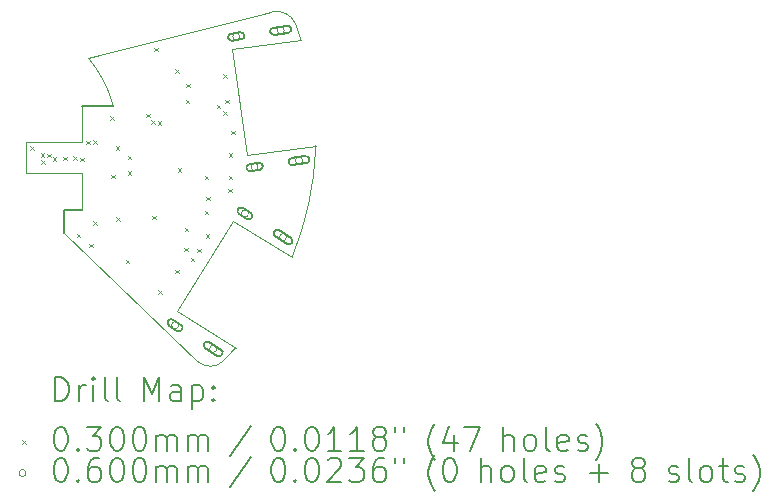
<source format=gbr>
%TF.GenerationSoftware,KiCad,Pcbnew,(7.0.0-0)*%
%TF.CreationDate,2024-02-07T16:44:55+08:00*%
%TF.ProjectId,SWDProgrammer,53574450-726f-4677-9261-6d6d65722e6b,rev?*%
%TF.SameCoordinates,Original*%
%TF.FileFunction,Drillmap*%
%TF.FilePolarity,Positive*%
%FSLAX45Y45*%
G04 Gerber Fmt 4.5, Leading zero omitted, Abs format (unit mm)*
G04 Created by KiCad (PCBNEW (7.0.0-0)) date 2024-02-07 16:44:55*
%MOMM*%
%LPD*%
G01*
G04 APERTURE LIST*
%ADD10C,0.100000*%
%ADD11C,0.010000*%
%ADD12C,0.150000*%
%ADD13C,0.200000*%
%ADD14C,0.030000*%
%ADD15C,0.060000*%
G04 APERTURE END LIST*
D10*
X14991280Y-5266442D02*
X15117694Y-6162457D01*
X14523280Y-7483485D02*
X15002475Y-6716741D01*
D11*
X13564998Y-6817501D02*
X14703600Y-7909169D01*
D10*
X15700666Y-6080020D02*
X15117694Y-6162457D01*
D11*
X13247500Y-6315001D02*
X13247500Y-6047501D01*
X13724998Y-6625001D02*
X13724998Y-6315001D01*
D10*
X15700000Y-6100000D02*
G75*
G03*
X15700666Y-6080020I-2696880J99900D01*
G01*
D11*
X15576363Y-5186151D02*
G75*
G03*
X15528426Y-5047604I-2576513J-813899D01*
G01*
X15528424Y-5047605D02*
G75*
G03*
X15323444Y-4949376I-158984J-68775D01*
G01*
D12*
X13564998Y-6817501D02*
X13564998Y-6625001D01*
D11*
X13724998Y-6047501D02*
X13724998Y-5742501D01*
X14703602Y-7909166D02*
G75*
G03*
X14917856Y-7903124I103938J116106D01*
G01*
D12*
X13564998Y-6625001D02*
X13724998Y-6625001D01*
D10*
X15002475Y-6716741D02*
X15500294Y-7023977D01*
D12*
X13984998Y-5742501D02*
X13724998Y-5742501D01*
D11*
X15576364Y-5186151D02*
X14991280Y-5266442D01*
X14917856Y-7903124D02*
G75*
G03*
X15022146Y-7791901I-1912726J1898004D01*
G01*
D10*
X15500294Y-7023977D02*
G75*
G03*
X15700000Y-6100000I-2500294J1023977D01*
G01*
D11*
X13773562Y-5338086D02*
X15323444Y-4949376D01*
D10*
X13984998Y-5742501D02*
G75*
G03*
X13773562Y-5338086I-984998J-257499D01*
G01*
D11*
X13247500Y-6047501D02*
X13724998Y-6047501D01*
X15022146Y-7791901D02*
X14523280Y-7483485D01*
X13247500Y-6315001D02*
X13724998Y-6315001D01*
D13*
D14*
X13282500Y-6085000D02*
X13312500Y-6115000D01*
X13312500Y-6085000D02*
X13282500Y-6115000D01*
X13373024Y-6146260D02*
X13403024Y-6176260D01*
X13403024Y-6146260D02*
X13373024Y-6176260D01*
X13376946Y-6204077D02*
X13406946Y-6234077D01*
X13406946Y-6204077D02*
X13376946Y-6234077D01*
X13427903Y-6149040D02*
X13457903Y-6179040D01*
X13457903Y-6149040D02*
X13427903Y-6179040D01*
X13473456Y-6179772D02*
X13503456Y-6209772D01*
X13503456Y-6179772D02*
X13473456Y-6209772D01*
X13563550Y-6173578D02*
X13593550Y-6203578D01*
X13593550Y-6173578D02*
X13563550Y-6203578D01*
X13647500Y-6172450D02*
X13677500Y-6202450D01*
X13677500Y-6172450D02*
X13647500Y-6202450D01*
X13675000Y-6825000D02*
X13705000Y-6855000D01*
X13705000Y-6825000D02*
X13675000Y-6855000D01*
X13707000Y-6182550D02*
X13737000Y-6212550D01*
X13737000Y-6182550D02*
X13707000Y-6212550D01*
X13755000Y-6040000D02*
X13785000Y-6070000D01*
X13785000Y-6040000D02*
X13755000Y-6070000D01*
X13780000Y-6910000D02*
X13810000Y-6940000D01*
X13810000Y-6910000D02*
X13780000Y-6940000D01*
X13815000Y-6720000D02*
X13845000Y-6750000D01*
X13845000Y-6720000D02*
X13815000Y-6750000D01*
X13817500Y-6035000D02*
X13847500Y-6065000D01*
X13847500Y-6035000D02*
X13817500Y-6065000D01*
X13960000Y-5829950D02*
X13990000Y-5859950D01*
X13990000Y-5829950D02*
X13960000Y-5859950D01*
X13970000Y-6325000D02*
X14000000Y-6355000D01*
X14000000Y-6325000D02*
X13970000Y-6355000D01*
X14005000Y-6085000D02*
X14035000Y-6115000D01*
X14035000Y-6085000D02*
X14005000Y-6115000D01*
X14010000Y-6685000D02*
X14040000Y-6715000D01*
X14040000Y-6685000D02*
X14010000Y-6715000D01*
X14090000Y-7045000D02*
X14120000Y-7075000D01*
X14120000Y-7045000D02*
X14090000Y-7075000D01*
X14110000Y-6165000D02*
X14140000Y-6195000D01*
X14140000Y-6165000D02*
X14110000Y-6195000D01*
X14110000Y-6295000D02*
X14140000Y-6325000D01*
X14140000Y-6295000D02*
X14110000Y-6325000D01*
X14267000Y-5810000D02*
X14297000Y-5840000D01*
X14297000Y-5810000D02*
X14267000Y-5840000D01*
X14308321Y-5864566D02*
X14338321Y-5894566D01*
X14338321Y-5864566D02*
X14308321Y-5894566D01*
X14315000Y-6675000D02*
X14345000Y-6705000D01*
X14345000Y-6675000D02*
X14315000Y-6705000D01*
X14332500Y-5250000D02*
X14362500Y-5280000D01*
X14362500Y-5250000D02*
X14332500Y-5280000D01*
X14362184Y-5875441D02*
X14392184Y-5905441D01*
X14392184Y-5875441D02*
X14362184Y-5905441D01*
X14365000Y-7305000D02*
X14395000Y-7335000D01*
X14395000Y-7305000D02*
X14365000Y-7335000D01*
X14510000Y-5435000D02*
X14540000Y-5465000D01*
X14540000Y-5435000D02*
X14510000Y-5465000D01*
X14510000Y-7130000D02*
X14540000Y-7160000D01*
X14540000Y-7130000D02*
X14510000Y-7160000D01*
X14530000Y-6270000D02*
X14560000Y-6300000D01*
X14560000Y-6270000D02*
X14530000Y-6300000D01*
X14585000Y-6945000D02*
X14615000Y-6975000D01*
X14615000Y-6945000D02*
X14585000Y-6975000D01*
X14592500Y-6775000D02*
X14622500Y-6805000D01*
X14622500Y-6775000D02*
X14592500Y-6805000D01*
X14600000Y-5690000D02*
X14630000Y-5720000D01*
X14630000Y-5690000D02*
X14600000Y-5720000D01*
X14602500Y-5557500D02*
X14632500Y-5587500D01*
X14632500Y-5557500D02*
X14602500Y-5587500D01*
X14640000Y-7030000D02*
X14670000Y-7060000D01*
X14670000Y-7030000D02*
X14640000Y-7060000D01*
X14695000Y-6955000D02*
X14725000Y-6985000D01*
X14725000Y-6955000D02*
X14695000Y-6985000D01*
X14760000Y-6335000D02*
X14790000Y-6365000D01*
X14790000Y-6335000D02*
X14760000Y-6365000D01*
X14760000Y-6630000D02*
X14790000Y-6660000D01*
X14790000Y-6630000D02*
X14760000Y-6660000D01*
X14770000Y-6830000D02*
X14800000Y-6860000D01*
X14800000Y-6830000D02*
X14770000Y-6860000D01*
X14775000Y-6512500D02*
X14805000Y-6542500D01*
X14805000Y-6512500D02*
X14775000Y-6542500D01*
X14860000Y-5735000D02*
X14890000Y-5765000D01*
X14890000Y-5735000D02*
X14860000Y-5765000D01*
X14915000Y-5475000D02*
X14945000Y-5505000D01*
X14945000Y-5475000D02*
X14915000Y-5505000D01*
X14915000Y-5790000D02*
X14945000Y-5820000D01*
X14945000Y-5790000D02*
X14915000Y-5820000D01*
X14935000Y-5690000D02*
X14965000Y-5720000D01*
X14965000Y-5690000D02*
X14935000Y-5720000D01*
X14960000Y-6445000D02*
X14990000Y-6475000D01*
X14990000Y-6445000D02*
X14960000Y-6475000D01*
X14965000Y-6145000D02*
X14995000Y-6175000D01*
X14995000Y-6145000D02*
X14965000Y-6175000D01*
X14965000Y-6335000D02*
X14995000Y-6365000D01*
X14995000Y-6335000D02*
X14965000Y-6365000D01*
X14985000Y-5955000D02*
X15015000Y-5985000D01*
X15015000Y-5955000D02*
X14985000Y-5985000D01*
D15*
X14539422Y-7600172D02*
G75*
G03*
X14539422Y-7600172I-30000J0D01*
G01*
D13*
X14459602Y-7604417D02*
X14527446Y-7646810D01*
X14527446Y-7646810D02*
G75*
G03*
X14559241Y-7595928I15898J25441D01*
G01*
X14559241Y-7595927D02*
X14491397Y-7553534D01*
X14491397Y-7553534D02*
G75*
G03*
X14459602Y-7604417I-15898J-25441D01*
G01*
D15*
X14861680Y-7801542D02*
G75*
G03*
X14861680Y-7801542I-30000J0D01*
G01*
D13*
X14764899Y-7795188D02*
X14866665Y-7858778D01*
X14866665Y-7858778D02*
G75*
G03*
X14898460Y-7807895I15898J25441D01*
G01*
X14898460Y-7807895D02*
X14796694Y-7744305D01*
X14796694Y-7744305D02*
G75*
G03*
X14764899Y-7795188I-15898J-25441D01*
G01*
D15*
X15056626Y-5156673D02*
G75*
G03*
X15056626Y-5156673I-30000J0D01*
G01*
D13*
X14991190Y-5191948D02*
X15070411Y-5180814D01*
X15070411Y-5180814D02*
G75*
G03*
X15062061Y-5121398I-4175J29708D01*
G01*
X15062061Y-5121398D02*
X14982840Y-5132532D01*
X14982840Y-5132532D02*
G75*
G03*
X14991190Y-5191948I4175J-29708D01*
G01*
D15*
X15130329Y-6654522D02*
G75*
G03*
X15130329Y-6654522I-30000J0D01*
G01*
D13*
X15050510Y-6658767D02*
X15118353Y-6701160D01*
X15118353Y-6701160D02*
G75*
G03*
X15150149Y-6650278I15898J25441D01*
G01*
X15150149Y-6650278D02*
X15082305Y-6607884D01*
X15082305Y-6607884D02*
G75*
G03*
X15050510Y-6658767I-15898J-25441D01*
G01*
D15*
X15211816Y-6260911D02*
G75*
G03*
X15211816Y-6260911I-30000J0D01*
G01*
D13*
X15146381Y-6296186D02*
X15225602Y-6285052D01*
X15225602Y-6285052D02*
G75*
G03*
X15217252Y-6225636I-4175J29708D01*
G01*
X15217252Y-6225636D02*
X15138030Y-6236769D01*
X15138030Y-6236769D02*
G75*
G03*
X15146381Y-6296185I4175J-29708D01*
G01*
D15*
X15432932Y-5103817D02*
G75*
G03*
X15432932Y-5103817I-30000J0D01*
G01*
D13*
X15347691Y-5141875D02*
X15466523Y-5125174D01*
X15466523Y-5125174D02*
G75*
G03*
X15458173Y-5065758I-4175J29708D01*
G01*
X15458173Y-5065758D02*
X15339340Y-5082459D01*
X15339340Y-5082459D02*
G75*
G03*
X15347691Y-5141875I4175J-29708D01*
G01*
D15*
X15452572Y-6855917D02*
G75*
G03*
X15452572Y-6855917I-30000J0D01*
G01*
D13*
X15355791Y-6849563D02*
X15457557Y-6913154D01*
X15457557Y-6913154D02*
G75*
G03*
X15489352Y-6862271I15898J25441D01*
G01*
X15489352Y-6862271D02*
X15387586Y-6798680D01*
X15387586Y-6798680D02*
G75*
G03*
X15355791Y-6849563I-15898J-25441D01*
G01*
D15*
X15588118Y-6208025D02*
G75*
G03*
X15588118Y-6208025I-30000J0D01*
G01*
D13*
X15502877Y-6246083D02*
X15621709Y-6229383D01*
X15621709Y-6229382D02*
G75*
G03*
X15613359Y-6169966I-4175J29708D01*
G01*
X15613359Y-6169966D02*
X15494527Y-6186667D01*
X15494527Y-6186667D02*
G75*
G03*
X15502877Y-6246083I4175J-29708D01*
G01*
X13494619Y-8242868D02*
X13494619Y-8042868D01*
X13494619Y-8042868D02*
X13542238Y-8042868D01*
X13542238Y-8042868D02*
X13570809Y-8052392D01*
X13570809Y-8052392D02*
X13589857Y-8071440D01*
X13589857Y-8071440D02*
X13599381Y-8090487D01*
X13599381Y-8090487D02*
X13608905Y-8128583D01*
X13608905Y-8128583D02*
X13608905Y-8157154D01*
X13608905Y-8157154D02*
X13599381Y-8195249D01*
X13599381Y-8195249D02*
X13589857Y-8214297D01*
X13589857Y-8214297D02*
X13570809Y-8233344D01*
X13570809Y-8233344D02*
X13542238Y-8242868D01*
X13542238Y-8242868D02*
X13494619Y-8242868D01*
X13694619Y-8242868D02*
X13694619Y-8109535D01*
X13694619Y-8147630D02*
X13704143Y-8128583D01*
X13704143Y-8128583D02*
X13713666Y-8119059D01*
X13713666Y-8119059D02*
X13732714Y-8109535D01*
X13732714Y-8109535D02*
X13751762Y-8109535D01*
X13818428Y-8242868D02*
X13818428Y-8109535D01*
X13818428Y-8042868D02*
X13808905Y-8052392D01*
X13808905Y-8052392D02*
X13818428Y-8061916D01*
X13818428Y-8061916D02*
X13827952Y-8052392D01*
X13827952Y-8052392D02*
X13818428Y-8042868D01*
X13818428Y-8042868D02*
X13818428Y-8061916D01*
X13942238Y-8242868D02*
X13923190Y-8233344D01*
X13923190Y-8233344D02*
X13913666Y-8214297D01*
X13913666Y-8214297D02*
X13913666Y-8042868D01*
X14047000Y-8242868D02*
X14027952Y-8233344D01*
X14027952Y-8233344D02*
X14018428Y-8214297D01*
X14018428Y-8214297D02*
X14018428Y-8042868D01*
X14243190Y-8242868D02*
X14243190Y-8042868D01*
X14243190Y-8042868D02*
X14309857Y-8185725D01*
X14309857Y-8185725D02*
X14376524Y-8042868D01*
X14376524Y-8042868D02*
X14376524Y-8242868D01*
X14557476Y-8242868D02*
X14557476Y-8138106D01*
X14557476Y-8138106D02*
X14547952Y-8119059D01*
X14547952Y-8119059D02*
X14528905Y-8109535D01*
X14528905Y-8109535D02*
X14490809Y-8109535D01*
X14490809Y-8109535D02*
X14471762Y-8119059D01*
X14557476Y-8233344D02*
X14538428Y-8242868D01*
X14538428Y-8242868D02*
X14490809Y-8242868D01*
X14490809Y-8242868D02*
X14471762Y-8233344D01*
X14471762Y-8233344D02*
X14462238Y-8214297D01*
X14462238Y-8214297D02*
X14462238Y-8195249D01*
X14462238Y-8195249D02*
X14471762Y-8176202D01*
X14471762Y-8176202D02*
X14490809Y-8166678D01*
X14490809Y-8166678D02*
X14538428Y-8166678D01*
X14538428Y-8166678D02*
X14557476Y-8157154D01*
X14652714Y-8109535D02*
X14652714Y-8309535D01*
X14652714Y-8119059D02*
X14671762Y-8109535D01*
X14671762Y-8109535D02*
X14709857Y-8109535D01*
X14709857Y-8109535D02*
X14728905Y-8119059D01*
X14728905Y-8119059D02*
X14738428Y-8128583D01*
X14738428Y-8128583D02*
X14747952Y-8147630D01*
X14747952Y-8147630D02*
X14747952Y-8204773D01*
X14747952Y-8204773D02*
X14738428Y-8223821D01*
X14738428Y-8223821D02*
X14728905Y-8233344D01*
X14728905Y-8233344D02*
X14709857Y-8242868D01*
X14709857Y-8242868D02*
X14671762Y-8242868D01*
X14671762Y-8242868D02*
X14652714Y-8233344D01*
X14833666Y-8223821D02*
X14843190Y-8233344D01*
X14843190Y-8233344D02*
X14833666Y-8242868D01*
X14833666Y-8242868D02*
X14824143Y-8233344D01*
X14824143Y-8233344D02*
X14833666Y-8223821D01*
X14833666Y-8223821D02*
X14833666Y-8242868D01*
X14833666Y-8119059D02*
X14843190Y-8128583D01*
X14843190Y-8128583D02*
X14833666Y-8138106D01*
X14833666Y-8138106D02*
X14824143Y-8128583D01*
X14824143Y-8128583D02*
X14833666Y-8119059D01*
X14833666Y-8119059D02*
X14833666Y-8138106D01*
D14*
X13217000Y-8574392D02*
X13247000Y-8604392D01*
X13247000Y-8574392D02*
X13217000Y-8604392D01*
D13*
X13532714Y-8462868D02*
X13551762Y-8462868D01*
X13551762Y-8462868D02*
X13570809Y-8472392D01*
X13570809Y-8472392D02*
X13580333Y-8481916D01*
X13580333Y-8481916D02*
X13589857Y-8500964D01*
X13589857Y-8500964D02*
X13599381Y-8539059D01*
X13599381Y-8539059D02*
X13599381Y-8586678D01*
X13599381Y-8586678D02*
X13589857Y-8624773D01*
X13589857Y-8624773D02*
X13580333Y-8643821D01*
X13580333Y-8643821D02*
X13570809Y-8653345D01*
X13570809Y-8653345D02*
X13551762Y-8662868D01*
X13551762Y-8662868D02*
X13532714Y-8662868D01*
X13532714Y-8662868D02*
X13513666Y-8653345D01*
X13513666Y-8653345D02*
X13504143Y-8643821D01*
X13504143Y-8643821D02*
X13494619Y-8624773D01*
X13494619Y-8624773D02*
X13485095Y-8586678D01*
X13485095Y-8586678D02*
X13485095Y-8539059D01*
X13485095Y-8539059D02*
X13494619Y-8500964D01*
X13494619Y-8500964D02*
X13504143Y-8481916D01*
X13504143Y-8481916D02*
X13513666Y-8472392D01*
X13513666Y-8472392D02*
X13532714Y-8462868D01*
X13685095Y-8643821D02*
X13694619Y-8653345D01*
X13694619Y-8653345D02*
X13685095Y-8662868D01*
X13685095Y-8662868D02*
X13675571Y-8653345D01*
X13675571Y-8653345D02*
X13685095Y-8643821D01*
X13685095Y-8643821D02*
X13685095Y-8662868D01*
X13761286Y-8462868D02*
X13885095Y-8462868D01*
X13885095Y-8462868D02*
X13818428Y-8539059D01*
X13818428Y-8539059D02*
X13847000Y-8539059D01*
X13847000Y-8539059D02*
X13866047Y-8548583D01*
X13866047Y-8548583D02*
X13875571Y-8558106D01*
X13875571Y-8558106D02*
X13885095Y-8577154D01*
X13885095Y-8577154D02*
X13885095Y-8624773D01*
X13885095Y-8624773D02*
X13875571Y-8643821D01*
X13875571Y-8643821D02*
X13866047Y-8653345D01*
X13866047Y-8653345D02*
X13847000Y-8662868D01*
X13847000Y-8662868D02*
X13789857Y-8662868D01*
X13789857Y-8662868D02*
X13770809Y-8653345D01*
X13770809Y-8653345D02*
X13761286Y-8643821D01*
X14008905Y-8462868D02*
X14027952Y-8462868D01*
X14027952Y-8462868D02*
X14047000Y-8472392D01*
X14047000Y-8472392D02*
X14056524Y-8481916D01*
X14056524Y-8481916D02*
X14066047Y-8500964D01*
X14066047Y-8500964D02*
X14075571Y-8539059D01*
X14075571Y-8539059D02*
X14075571Y-8586678D01*
X14075571Y-8586678D02*
X14066047Y-8624773D01*
X14066047Y-8624773D02*
X14056524Y-8643821D01*
X14056524Y-8643821D02*
X14047000Y-8653345D01*
X14047000Y-8653345D02*
X14027952Y-8662868D01*
X14027952Y-8662868D02*
X14008905Y-8662868D01*
X14008905Y-8662868D02*
X13989857Y-8653345D01*
X13989857Y-8653345D02*
X13980333Y-8643821D01*
X13980333Y-8643821D02*
X13970809Y-8624773D01*
X13970809Y-8624773D02*
X13961286Y-8586678D01*
X13961286Y-8586678D02*
X13961286Y-8539059D01*
X13961286Y-8539059D02*
X13970809Y-8500964D01*
X13970809Y-8500964D02*
X13980333Y-8481916D01*
X13980333Y-8481916D02*
X13989857Y-8472392D01*
X13989857Y-8472392D02*
X14008905Y-8462868D01*
X14199381Y-8462868D02*
X14218428Y-8462868D01*
X14218428Y-8462868D02*
X14237476Y-8472392D01*
X14237476Y-8472392D02*
X14247000Y-8481916D01*
X14247000Y-8481916D02*
X14256524Y-8500964D01*
X14256524Y-8500964D02*
X14266047Y-8539059D01*
X14266047Y-8539059D02*
X14266047Y-8586678D01*
X14266047Y-8586678D02*
X14256524Y-8624773D01*
X14256524Y-8624773D02*
X14247000Y-8643821D01*
X14247000Y-8643821D02*
X14237476Y-8653345D01*
X14237476Y-8653345D02*
X14218428Y-8662868D01*
X14218428Y-8662868D02*
X14199381Y-8662868D01*
X14199381Y-8662868D02*
X14180333Y-8653345D01*
X14180333Y-8653345D02*
X14170809Y-8643821D01*
X14170809Y-8643821D02*
X14161286Y-8624773D01*
X14161286Y-8624773D02*
X14151762Y-8586678D01*
X14151762Y-8586678D02*
X14151762Y-8539059D01*
X14151762Y-8539059D02*
X14161286Y-8500964D01*
X14161286Y-8500964D02*
X14170809Y-8481916D01*
X14170809Y-8481916D02*
X14180333Y-8472392D01*
X14180333Y-8472392D02*
X14199381Y-8462868D01*
X14351762Y-8662868D02*
X14351762Y-8529535D01*
X14351762Y-8548583D02*
X14361286Y-8539059D01*
X14361286Y-8539059D02*
X14380333Y-8529535D01*
X14380333Y-8529535D02*
X14408905Y-8529535D01*
X14408905Y-8529535D02*
X14427952Y-8539059D01*
X14427952Y-8539059D02*
X14437476Y-8558106D01*
X14437476Y-8558106D02*
X14437476Y-8662868D01*
X14437476Y-8558106D02*
X14447000Y-8539059D01*
X14447000Y-8539059D02*
X14466047Y-8529535D01*
X14466047Y-8529535D02*
X14494619Y-8529535D01*
X14494619Y-8529535D02*
X14513667Y-8539059D01*
X14513667Y-8539059D02*
X14523190Y-8558106D01*
X14523190Y-8558106D02*
X14523190Y-8662868D01*
X14618428Y-8662868D02*
X14618428Y-8529535D01*
X14618428Y-8548583D02*
X14627952Y-8539059D01*
X14627952Y-8539059D02*
X14647000Y-8529535D01*
X14647000Y-8529535D02*
X14675571Y-8529535D01*
X14675571Y-8529535D02*
X14694619Y-8539059D01*
X14694619Y-8539059D02*
X14704143Y-8558106D01*
X14704143Y-8558106D02*
X14704143Y-8662868D01*
X14704143Y-8558106D02*
X14713667Y-8539059D01*
X14713667Y-8539059D02*
X14732714Y-8529535D01*
X14732714Y-8529535D02*
X14761286Y-8529535D01*
X14761286Y-8529535D02*
X14780333Y-8539059D01*
X14780333Y-8539059D02*
X14789857Y-8558106D01*
X14789857Y-8558106D02*
X14789857Y-8662868D01*
X15147952Y-8453345D02*
X14976524Y-8710487D01*
X15372714Y-8462868D02*
X15391762Y-8462868D01*
X15391762Y-8462868D02*
X15410809Y-8472392D01*
X15410809Y-8472392D02*
X15420333Y-8481916D01*
X15420333Y-8481916D02*
X15429857Y-8500964D01*
X15429857Y-8500964D02*
X15439381Y-8539059D01*
X15439381Y-8539059D02*
X15439381Y-8586678D01*
X15439381Y-8586678D02*
X15429857Y-8624773D01*
X15429857Y-8624773D02*
X15420333Y-8643821D01*
X15420333Y-8643821D02*
X15410809Y-8653345D01*
X15410809Y-8653345D02*
X15391762Y-8662868D01*
X15391762Y-8662868D02*
X15372714Y-8662868D01*
X15372714Y-8662868D02*
X15353667Y-8653345D01*
X15353667Y-8653345D02*
X15344143Y-8643821D01*
X15344143Y-8643821D02*
X15334619Y-8624773D01*
X15334619Y-8624773D02*
X15325095Y-8586678D01*
X15325095Y-8586678D02*
X15325095Y-8539059D01*
X15325095Y-8539059D02*
X15334619Y-8500964D01*
X15334619Y-8500964D02*
X15344143Y-8481916D01*
X15344143Y-8481916D02*
X15353667Y-8472392D01*
X15353667Y-8472392D02*
X15372714Y-8462868D01*
X15525095Y-8643821D02*
X15534619Y-8653345D01*
X15534619Y-8653345D02*
X15525095Y-8662868D01*
X15525095Y-8662868D02*
X15515571Y-8653345D01*
X15515571Y-8653345D02*
X15525095Y-8643821D01*
X15525095Y-8643821D02*
X15525095Y-8662868D01*
X15658428Y-8462868D02*
X15677476Y-8462868D01*
X15677476Y-8462868D02*
X15696524Y-8472392D01*
X15696524Y-8472392D02*
X15706048Y-8481916D01*
X15706048Y-8481916D02*
X15715571Y-8500964D01*
X15715571Y-8500964D02*
X15725095Y-8539059D01*
X15725095Y-8539059D02*
X15725095Y-8586678D01*
X15725095Y-8586678D02*
X15715571Y-8624773D01*
X15715571Y-8624773D02*
X15706048Y-8643821D01*
X15706048Y-8643821D02*
X15696524Y-8653345D01*
X15696524Y-8653345D02*
X15677476Y-8662868D01*
X15677476Y-8662868D02*
X15658428Y-8662868D01*
X15658428Y-8662868D02*
X15639381Y-8653345D01*
X15639381Y-8653345D02*
X15629857Y-8643821D01*
X15629857Y-8643821D02*
X15620333Y-8624773D01*
X15620333Y-8624773D02*
X15610809Y-8586678D01*
X15610809Y-8586678D02*
X15610809Y-8539059D01*
X15610809Y-8539059D02*
X15620333Y-8500964D01*
X15620333Y-8500964D02*
X15629857Y-8481916D01*
X15629857Y-8481916D02*
X15639381Y-8472392D01*
X15639381Y-8472392D02*
X15658428Y-8462868D01*
X15915571Y-8662868D02*
X15801286Y-8662868D01*
X15858428Y-8662868D02*
X15858428Y-8462868D01*
X15858428Y-8462868D02*
X15839381Y-8491440D01*
X15839381Y-8491440D02*
X15820333Y-8510487D01*
X15820333Y-8510487D02*
X15801286Y-8520011D01*
X16106048Y-8662868D02*
X15991762Y-8662868D01*
X16048905Y-8662868D02*
X16048905Y-8462868D01*
X16048905Y-8462868D02*
X16029857Y-8491440D01*
X16029857Y-8491440D02*
X16010809Y-8510487D01*
X16010809Y-8510487D02*
X15991762Y-8520011D01*
X16220333Y-8548583D02*
X16201286Y-8539059D01*
X16201286Y-8539059D02*
X16191762Y-8529535D01*
X16191762Y-8529535D02*
X16182238Y-8510487D01*
X16182238Y-8510487D02*
X16182238Y-8500964D01*
X16182238Y-8500964D02*
X16191762Y-8481916D01*
X16191762Y-8481916D02*
X16201286Y-8472392D01*
X16201286Y-8472392D02*
X16220333Y-8462868D01*
X16220333Y-8462868D02*
X16258429Y-8462868D01*
X16258429Y-8462868D02*
X16277476Y-8472392D01*
X16277476Y-8472392D02*
X16287000Y-8481916D01*
X16287000Y-8481916D02*
X16296524Y-8500964D01*
X16296524Y-8500964D02*
X16296524Y-8510487D01*
X16296524Y-8510487D02*
X16287000Y-8529535D01*
X16287000Y-8529535D02*
X16277476Y-8539059D01*
X16277476Y-8539059D02*
X16258429Y-8548583D01*
X16258429Y-8548583D02*
X16220333Y-8548583D01*
X16220333Y-8548583D02*
X16201286Y-8558106D01*
X16201286Y-8558106D02*
X16191762Y-8567630D01*
X16191762Y-8567630D02*
X16182238Y-8586678D01*
X16182238Y-8586678D02*
X16182238Y-8624773D01*
X16182238Y-8624773D02*
X16191762Y-8643821D01*
X16191762Y-8643821D02*
X16201286Y-8653345D01*
X16201286Y-8653345D02*
X16220333Y-8662868D01*
X16220333Y-8662868D02*
X16258429Y-8662868D01*
X16258429Y-8662868D02*
X16277476Y-8653345D01*
X16277476Y-8653345D02*
X16287000Y-8643821D01*
X16287000Y-8643821D02*
X16296524Y-8624773D01*
X16296524Y-8624773D02*
X16296524Y-8586678D01*
X16296524Y-8586678D02*
X16287000Y-8567630D01*
X16287000Y-8567630D02*
X16277476Y-8558106D01*
X16277476Y-8558106D02*
X16258429Y-8548583D01*
X16372714Y-8462868D02*
X16372714Y-8500964D01*
X16448905Y-8462868D02*
X16448905Y-8500964D01*
X16711762Y-8739059D02*
X16702238Y-8729535D01*
X16702238Y-8729535D02*
X16683190Y-8700964D01*
X16683190Y-8700964D02*
X16673667Y-8681916D01*
X16673667Y-8681916D02*
X16664143Y-8653345D01*
X16664143Y-8653345D02*
X16654619Y-8605726D01*
X16654619Y-8605726D02*
X16654619Y-8567630D01*
X16654619Y-8567630D02*
X16664143Y-8520011D01*
X16664143Y-8520011D02*
X16673667Y-8491440D01*
X16673667Y-8491440D02*
X16683190Y-8472392D01*
X16683190Y-8472392D02*
X16702238Y-8443821D01*
X16702238Y-8443821D02*
X16711762Y-8434297D01*
X16873667Y-8529535D02*
X16873667Y-8662868D01*
X16826048Y-8453345D02*
X16778429Y-8596202D01*
X16778429Y-8596202D02*
X16902238Y-8596202D01*
X16959381Y-8462868D02*
X17092714Y-8462868D01*
X17092714Y-8462868D02*
X17007000Y-8662868D01*
X17288905Y-8662868D02*
X17288905Y-8462868D01*
X17374619Y-8662868D02*
X17374619Y-8558106D01*
X17374619Y-8558106D02*
X17365095Y-8539059D01*
X17365095Y-8539059D02*
X17346048Y-8529535D01*
X17346048Y-8529535D02*
X17317476Y-8529535D01*
X17317476Y-8529535D02*
X17298429Y-8539059D01*
X17298429Y-8539059D02*
X17288905Y-8548583D01*
X17498429Y-8662868D02*
X17479381Y-8653345D01*
X17479381Y-8653345D02*
X17469857Y-8643821D01*
X17469857Y-8643821D02*
X17460333Y-8624773D01*
X17460333Y-8624773D02*
X17460333Y-8567630D01*
X17460333Y-8567630D02*
X17469857Y-8548583D01*
X17469857Y-8548583D02*
X17479381Y-8539059D01*
X17479381Y-8539059D02*
X17498429Y-8529535D01*
X17498429Y-8529535D02*
X17527000Y-8529535D01*
X17527000Y-8529535D02*
X17546048Y-8539059D01*
X17546048Y-8539059D02*
X17555572Y-8548583D01*
X17555572Y-8548583D02*
X17565095Y-8567630D01*
X17565095Y-8567630D02*
X17565095Y-8624773D01*
X17565095Y-8624773D02*
X17555572Y-8643821D01*
X17555572Y-8643821D02*
X17546048Y-8653345D01*
X17546048Y-8653345D02*
X17527000Y-8662868D01*
X17527000Y-8662868D02*
X17498429Y-8662868D01*
X17679381Y-8662868D02*
X17660333Y-8653345D01*
X17660333Y-8653345D02*
X17650810Y-8634297D01*
X17650810Y-8634297D02*
X17650810Y-8462868D01*
X17831762Y-8653345D02*
X17812714Y-8662868D01*
X17812714Y-8662868D02*
X17774619Y-8662868D01*
X17774619Y-8662868D02*
X17755572Y-8653345D01*
X17755572Y-8653345D02*
X17746048Y-8634297D01*
X17746048Y-8634297D02*
X17746048Y-8558106D01*
X17746048Y-8558106D02*
X17755572Y-8539059D01*
X17755572Y-8539059D02*
X17774619Y-8529535D01*
X17774619Y-8529535D02*
X17812714Y-8529535D01*
X17812714Y-8529535D02*
X17831762Y-8539059D01*
X17831762Y-8539059D02*
X17841286Y-8558106D01*
X17841286Y-8558106D02*
X17841286Y-8577154D01*
X17841286Y-8577154D02*
X17746048Y-8596202D01*
X17917476Y-8653345D02*
X17936524Y-8662868D01*
X17936524Y-8662868D02*
X17974619Y-8662868D01*
X17974619Y-8662868D02*
X17993667Y-8653345D01*
X17993667Y-8653345D02*
X18003191Y-8634297D01*
X18003191Y-8634297D02*
X18003191Y-8624773D01*
X18003191Y-8624773D02*
X17993667Y-8605726D01*
X17993667Y-8605726D02*
X17974619Y-8596202D01*
X17974619Y-8596202D02*
X17946048Y-8596202D01*
X17946048Y-8596202D02*
X17927000Y-8586678D01*
X17927000Y-8586678D02*
X17917476Y-8567630D01*
X17917476Y-8567630D02*
X17917476Y-8558106D01*
X17917476Y-8558106D02*
X17927000Y-8539059D01*
X17927000Y-8539059D02*
X17946048Y-8529535D01*
X17946048Y-8529535D02*
X17974619Y-8529535D01*
X17974619Y-8529535D02*
X17993667Y-8539059D01*
X18069857Y-8739059D02*
X18079381Y-8729535D01*
X18079381Y-8729535D02*
X18098429Y-8700964D01*
X18098429Y-8700964D02*
X18107953Y-8681916D01*
X18107953Y-8681916D02*
X18117476Y-8653345D01*
X18117476Y-8653345D02*
X18127000Y-8605726D01*
X18127000Y-8605726D02*
X18127000Y-8567630D01*
X18127000Y-8567630D02*
X18117476Y-8520011D01*
X18117476Y-8520011D02*
X18107953Y-8491440D01*
X18107953Y-8491440D02*
X18098429Y-8472392D01*
X18098429Y-8472392D02*
X18079381Y-8443821D01*
X18079381Y-8443821D02*
X18069857Y-8434297D01*
D15*
X13247000Y-8853392D02*
G75*
G03*
X13247000Y-8853392I-30000J0D01*
G01*
D13*
X13532714Y-8726868D02*
X13551762Y-8726868D01*
X13551762Y-8726868D02*
X13570809Y-8736392D01*
X13570809Y-8736392D02*
X13580333Y-8745916D01*
X13580333Y-8745916D02*
X13589857Y-8764964D01*
X13589857Y-8764964D02*
X13599381Y-8803059D01*
X13599381Y-8803059D02*
X13599381Y-8850678D01*
X13599381Y-8850678D02*
X13589857Y-8888773D01*
X13589857Y-8888773D02*
X13580333Y-8907821D01*
X13580333Y-8907821D02*
X13570809Y-8917345D01*
X13570809Y-8917345D02*
X13551762Y-8926868D01*
X13551762Y-8926868D02*
X13532714Y-8926868D01*
X13532714Y-8926868D02*
X13513666Y-8917345D01*
X13513666Y-8917345D02*
X13504143Y-8907821D01*
X13504143Y-8907821D02*
X13494619Y-8888773D01*
X13494619Y-8888773D02*
X13485095Y-8850678D01*
X13485095Y-8850678D02*
X13485095Y-8803059D01*
X13485095Y-8803059D02*
X13494619Y-8764964D01*
X13494619Y-8764964D02*
X13504143Y-8745916D01*
X13504143Y-8745916D02*
X13513666Y-8736392D01*
X13513666Y-8736392D02*
X13532714Y-8726868D01*
X13685095Y-8907821D02*
X13694619Y-8917345D01*
X13694619Y-8917345D02*
X13685095Y-8926868D01*
X13685095Y-8926868D02*
X13675571Y-8917345D01*
X13675571Y-8917345D02*
X13685095Y-8907821D01*
X13685095Y-8907821D02*
X13685095Y-8926868D01*
X13866047Y-8726868D02*
X13827952Y-8726868D01*
X13827952Y-8726868D02*
X13808905Y-8736392D01*
X13808905Y-8736392D02*
X13799381Y-8745916D01*
X13799381Y-8745916D02*
X13780333Y-8774487D01*
X13780333Y-8774487D02*
X13770809Y-8812583D01*
X13770809Y-8812583D02*
X13770809Y-8888773D01*
X13770809Y-8888773D02*
X13780333Y-8907821D01*
X13780333Y-8907821D02*
X13789857Y-8917345D01*
X13789857Y-8917345D02*
X13808905Y-8926868D01*
X13808905Y-8926868D02*
X13847000Y-8926868D01*
X13847000Y-8926868D02*
X13866047Y-8917345D01*
X13866047Y-8917345D02*
X13875571Y-8907821D01*
X13875571Y-8907821D02*
X13885095Y-8888773D01*
X13885095Y-8888773D02*
X13885095Y-8841154D01*
X13885095Y-8841154D02*
X13875571Y-8822106D01*
X13875571Y-8822106D02*
X13866047Y-8812583D01*
X13866047Y-8812583D02*
X13847000Y-8803059D01*
X13847000Y-8803059D02*
X13808905Y-8803059D01*
X13808905Y-8803059D02*
X13789857Y-8812583D01*
X13789857Y-8812583D02*
X13780333Y-8822106D01*
X13780333Y-8822106D02*
X13770809Y-8841154D01*
X14008905Y-8726868D02*
X14027952Y-8726868D01*
X14027952Y-8726868D02*
X14047000Y-8736392D01*
X14047000Y-8736392D02*
X14056524Y-8745916D01*
X14056524Y-8745916D02*
X14066047Y-8764964D01*
X14066047Y-8764964D02*
X14075571Y-8803059D01*
X14075571Y-8803059D02*
X14075571Y-8850678D01*
X14075571Y-8850678D02*
X14066047Y-8888773D01*
X14066047Y-8888773D02*
X14056524Y-8907821D01*
X14056524Y-8907821D02*
X14047000Y-8917345D01*
X14047000Y-8917345D02*
X14027952Y-8926868D01*
X14027952Y-8926868D02*
X14008905Y-8926868D01*
X14008905Y-8926868D02*
X13989857Y-8917345D01*
X13989857Y-8917345D02*
X13980333Y-8907821D01*
X13980333Y-8907821D02*
X13970809Y-8888773D01*
X13970809Y-8888773D02*
X13961286Y-8850678D01*
X13961286Y-8850678D02*
X13961286Y-8803059D01*
X13961286Y-8803059D02*
X13970809Y-8764964D01*
X13970809Y-8764964D02*
X13980333Y-8745916D01*
X13980333Y-8745916D02*
X13989857Y-8736392D01*
X13989857Y-8736392D02*
X14008905Y-8726868D01*
X14199381Y-8726868D02*
X14218428Y-8726868D01*
X14218428Y-8726868D02*
X14237476Y-8736392D01*
X14237476Y-8736392D02*
X14247000Y-8745916D01*
X14247000Y-8745916D02*
X14256524Y-8764964D01*
X14256524Y-8764964D02*
X14266047Y-8803059D01*
X14266047Y-8803059D02*
X14266047Y-8850678D01*
X14266047Y-8850678D02*
X14256524Y-8888773D01*
X14256524Y-8888773D02*
X14247000Y-8907821D01*
X14247000Y-8907821D02*
X14237476Y-8917345D01*
X14237476Y-8917345D02*
X14218428Y-8926868D01*
X14218428Y-8926868D02*
X14199381Y-8926868D01*
X14199381Y-8926868D02*
X14180333Y-8917345D01*
X14180333Y-8917345D02*
X14170809Y-8907821D01*
X14170809Y-8907821D02*
X14161286Y-8888773D01*
X14161286Y-8888773D02*
X14151762Y-8850678D01*
X14151762Y-8850678D02*
X14151762Y-8803059D01*
X14151762Y-8803059D02*
X14161286Y-8764964D01*
X14161286Y-8764964D02*
X14170809Y-8745916D01*
X14170809Y-8745916D02*
X14180333Y-8736392D01*
X14180333Y-8736392D02*
X14199381Y-8726868D01*
X14351762Y-8926868D02*
X14351762Y-8793535D01*
X14351762Y-8812583D02*
X14361286Y-8803059D01*
X14361286Y-8803059D02*
X14380333Y-8793535D01*
X14380333Y-8793535D02*
X14408905Y-8793535D01*
X14408905Y-8793535D02*
X14427952Y-8803059D01*
X14427952Y-8803059D02*
X14437476Y-8822106D01*
X14437476Y-8822106D02*
X14437476Y-8926868D01*
X14437476Y-8822106D02*
X14447000Y-8803059D01*
X14447000Y-8803059D02*
X14466047Y-8793535D01*
X14466047Y-8793535D02*
X14494619Y-8793535D01*
X14494619Y-8793535D02*
X14513667Y-8803059D01*
X14513667Y-8803059D02*
X14523190Y-8822106D01*
X14523190Y-8822106D02*
X14523190Y-8926868D01*
X14618428Y-8926868D02*
X14618428Y-8793535D01*
X14618428Y-8812583D02*
X14627952Y-8803059D01*
X14627952Y-8803059D02*
X14647000Y-8793535D01*
X14647000Y-8793535D02*
X14675571Y-8793535D01*
X14675571Y-8793535D02*
X14694619Y-8803059D01*
X14694619Y-8803059D02*
X14704143Y-8822106D01*
X14704143Y-8822106D02*
X14704143Y-8926868D01*
X14704143Y-8822106D02*
X14713667Y-8803059D01*
X14713667Y-8803059D02*
X14732714Y-8793535D01*
X14732714Y-8793535D02*
X14761286Y-8793535D01*
X14761286Y-8793535D02*
X14780333Y-8803059D01*
X14780333Y-8803059D02*
X14789857Y-8822106D01*
X14789857Y-8822106D02*
X14789857Y-8926868D01*
X15147952Y-8717345D02*
X14976524Y-8974487D01*
X15372714Y-8726868D02*
X15391762Y-8726868D01*
X15391762Y-8726868D02*
X15410809Y-8736392D01*
X15410809Y-8736392D02*
X15420333Y-8745916D01*
X15420333Y-8745916D02*
X15429857Y-8764964D01*
X15429857Y-8764964D02*
X15439381Y-8803059D01*
X15439381Y-8803059D02*
X15439381Y-8850678D01*
X15439381Y-8850678D02*
X15429857Y-8888773D01*
X15429857Y-8888773D02*
X15420333Y-8907821D01*
X15420333Y-8907821D02*
X15410809Y-8917345D01*
X15410809Y-8917345D02*
X15391762Y-8926868D01*
X15391762Y-8926868D02*
X15372714Y-8926868D01*
X15372714Y-8926868D02*
X15353667Y-8917345D01*
X15353667Y-8917345D02*
X15344143Y-8907821D01*
X15344143Y-8907821D02*
X15334619Y-8888773D01*
X15334619Y-8888773D02*
X15325095Y-8850678D01*
X15325095Y-8850678D02*
X15325095Y-8803059D01*
X15325095Y-8803059D02*
X15334619Y-8764964D01*
X15334619Y-8764964D02*
X15344143Y-8745916D01*
X15344143Y-8745916D02*
X15353667Y-8736392D01*
X15353667Y-8736392D02*
X15372714Y-8726868D01*
X15525095Y-8907821D02*
X15534619Y-8917345D01*
X15534619Y-8917345D02*
X15525095Y-8926868D01*
X15525095Y-8926868D02*
X15515571Y-8917345D01*
X15515571Y-8917345D02*
X15525095Y-8907821D01*
X15525095Y-8907821D02*
X15525095Y-8926868D01*
X15658428Y-8726868D02*
X15677476Y-8726868D01*
X15677476Y-8726868D02*
X15696524Y-8736392D01*
X15696524Y-8736392D02*
X15706048Y-8745916D01*
X15706048Y-8745916D02*
X15715571Y-8764964D01*
X15715571Y-8764964D02*
X15725095Y-8803059D01*
X15725095Y-8803059D02*
X15725095Y-8850678D01*
X15725095Y-8850678D02*
X15715571Y-8888773D01*
X15715571Y-8888773D02*
X15706048Y-8907821D01*
X15706048Y-8907821D02*
X15696524Y-8917345D01*
X15696524Y-8917345D02*
X15677476Y-8926868D01*
X15677476Y-8926868D02*
X15658428Y-8926868D01*
X15658428Y-8926868D02*
X15639381Y-8917345D01*
X15639381Y-8917345D02*
X15629857Y-8907821D01*
X15629857Y-8907821D02*
X15620333Y-8888773D01*
X15620333Y-8888773D02*
X15610809Y-8850678D01*
X15610809Y-8850678D02*
X15610809Y-8803059D01*
X15610809Y-8803059D02*
X15620333Y-8764964D01*
X15620333Y-8764964D02*
X15629857Y-8745916D01*
X15629857Y-8745916D02*
X15639381Y-8736392D01*
X15639381Y-8736392D02*
X15658428Y-8726868D01*
X15801286Y-8745916D02*
X15810809Y-8736392D01*
X15810809Y-8736392D02*
X15829857Y-8726868D01*
X15829857Y-8726868D02*
X15877476Y-8726868D01*
X15877476Y-8726868D02*
X15896524Y-8736392D01*
X15896524Y-8736392D02*
X15906048Y-8745916D01*
X15906048Y-8745916D02*
X15915571Y-8764964D01*
X15915571Y-8764964D02*
X15915571Y-8784011D01*
X15915571Y-8784011D02*
X15906048Y-8812583D01*
X15906048Y-8812583D02*
X15791762Y-8926868D01*
X15791762Y-8926868D02*
X15915571Y-8926868D01*
X15982238Y-8726868D02*
X16106048Y-8726868D01*
X16106048Y-8726868D02*
X16039381Y-8803059D01*
X16039381Y-8803059D02*
X16067952Y-8803059D01*
X16067952Y-8803059D02*
X16087000Y-8812583D01*
X16087000Y-8812583D02*
X16096524Y-8822106D01*
X16096524Y-8822106D02*
X16106048Y-8841154D01*
X16106048Y-8841154D02*
X16106048Y-8888773D01*
X16106048Y-8888773D02*
X16096524Y-8907821D01*
X16096524Y-8907821D02*
X16087000Y-8917345D01*
X16087000Y-8917345D02*
X16067952Y-8926868D01*
X16067952Y-8926868D02*
X16010809Y-8926868D01*
X16010809Y-8926868D02*
X15991762Y-8917345D01*
X15991762Y-8917345D02*
X15982238Y-8907821D01*
X16277476Y-8726868D02*
X16239381Y-8726868D01*
X16239381Y-8726868D02*
X16220333Y-8736392D01*
X16220333Y-8736392D02*
X16210809Y-8745916D01*
X16210809Y-8745916D02*
X16191762Y-8774487D01*
X16191762Y-8774487D02*
X16182238Y-8812583D01*
X16182238Y-8812583D02*
X16182238Y-8888773D01*
X16182238Y-8888773D02*
X16191762Y-8907821D01*
X16191762Y-8907821D02*
X16201286Y-8917345D01*
X16201286Y-8917345D02*
X16220333Y-8926868D01*
X16220333Y-8926868D02*
X16258429Y-8926868D01*
X16258429Y-8926868D02*
X16277476Y-8917345D01*
X16277476Y-8917345D02*
X16287000Y-8907821D01*
X16287000Y-8907821D02*
X16296524Y-8888773D01*
X16296524Y-8888773D02*
X16296524Y-8841154D01*
X16296524Y-8841154D02*
X16287000Y-8822106D01*
X16287000Y-8822106D02*
X16277476Y-8812583D01*
X16277476Y-8812583D02*
X16258429Y-8803059D01*
X16258429Y-8803059D02*
X16220333Y-8803059D01*
X16220333Y-8803059D02*
X16201286Y-8812583D01*
X16201286Y-8812583D02*
X16191762Y-8822106D01*
X16191762Y-8822106D02*
X16182238Y-8841154D01*
X16372714Y-8726868D02*
X16372714Y-8764964D01*
X16448905Y-8726868D02*
X16448905Y-8764964D01*
X16711762Y-9003059D02*
X16702238Y-8993535D01*
X16702238Y-8993535D02*
X16683190Y-8964964D01*
X16683190Y-8964964D02*
X16673667Y-8945916D01*
X16673667Y-8945916D02*
X16664143Y-8917345D01*
X16664143Y-8917345D02*
X16654619Y-8869726D01*
X16654619Y-8869726D02*
X16654619Y-8831630D01*
X16654619Y-8831630D02*
X16664143Y-8784011D01*
X16664143Y-8784011D02*
X16673667Y-8755440D01*
X16673667Y-8755440D02*
X16683190Y-8736392D01*
X16683190Y-8736392D02*
X16702238Y-8707821D01*
X16702238Y-8707821D02*
X16711762Y-8698297D01*
X16826048Y-8726868D02*
X16845095Y-8726868D01*
X16845095Y-8726868D02*
X16864143Y-8736392D01*
X16864143Y-8736392D02*
X16873667Y-8745916D01*
X16873667Y-8745916D02*
X16883191Y-8764964D01*
X16883191Y-8764964D02*
X16892714Y-8803059D01*
X16892714Y-8803059D02*
X16892714Y-8850678D01*
X16892714Y-8850678D02*
X16883191Y-8888773D01*
X16883191Y-8888773D02*
X16873667Y-8907821D01*
X16873667Y-8907821D02*
X16864143Y-8917345D01*
X16864143Y-8917345D02*
X16845095Y-8926868D01*
X16845095Y-8926868D02*
X16826048Y-8926868D01*
X16826048Y-8926868D02*
X16807000Y-8917345D01*
X16807000Y-8917345D02*
X16797476Y-8907821D01*
X16797476Y-8907821D02*
X16787952Y-8888773D01*
X16787952Y-8888773D02*
X16778429Y-8850678D01*
X16778429Y-8850678D02*
X16778429Y-8803059D01*
X16778429Y-8803059D02*
X16787952Y-8764964D01*
X16787952Y-8764964D02*
X16797476Y-8745916D01*
X16797476Y-8745916D02*
X16807000Y-8736392D01*
X16807000Y-8736392D02*
X16826048Y-8726868D01*
X17098429Y-8926868D02*
X17098429Y-8726868D01*
X17184143Y-8926868D02*
X17184143Y-8822106D01*
X17184143Y-8822106D02*
X17174619Y-8803059D01*
X17174619Y-8803059D02*
X17155572Y-8793535D01*
X17155572Y-8793535D02*
X17127000Y-8793535D01*
X17127000Y-8793535D02*
X17107952Y-8803059D01*
X17107952Y-8803059D02*
X17098429Y-8812583D01*
X17307952Y-8926868D02*
X17288905Y-8917345D01*
X17288905Y-8917345D02*
X17279381Y-8907821D01*
X17279381Y-8907821D02*
X17269857Y-8888773D01*
X17269857Y-8888773D02*
X17269857Y-8831630D01*
X17269857Y-8831630D02*
X17279381Y-8812583D01*
X17279381Y-8812583D02*
X17288905Y-8803059D01*
X17288905Y-8803059D02*
X17307952Y-8793535D01*
X17307952Y-8793535D02*
X17336524Y-8793535D01*
X17336524Y-8793535D02*
X17355572Y-8803059D01*
X17355572Y-8803059D02*
X17365095Y-8812583D01*
X17365095Y-8812583D02*
X17374619Y-8831630D01*
X17374619Y-8831630D02*
X17374619Y-8888773D01*
X17374619Y-8888773D02*
X17365095Y-8907821D01*
X17365095Y-8907821D02*
X17355572Y-8917345D01*
X17355572Y-8917345D02*
X17336524Y-8926868D01*
X17336524Y-8926868D02*
X17307952Y-8926868D01*
X17488905Y-8926868D02*
X17469857Y-8917345D01*
X17469857Y-8917345D02*
X17460333Y-8898297D01*
X17460333Y-8898297D02*
X17460333Y-8726868D01*
X17641286Y-8917345D02*
X17622238Y-8926868D01*
X17622238Y-8926868D02*
X17584143Y-8926868D01*
X17584143Y-8926868D02*
X17565095Y-8917345D01*
X17565095Y-8917345D02*
X17555572Y-8898297D01*
X17555572Y-8898297D02*
X17555572Y-8822106D01*
X17555572Y-8822106D02*
X17565095Y-8803059D01*
X17565095Y-8803059D02*
X17584143Y-8793535D01*
X17584143Y-8793535D02*
X17622238Y-8793535D01*
X17622238Y-8793535D02*
X17641286Y-8803059D01*
X17641286Y-8803059D02*
X17650810Y-8822106D01*
X17650810Y-8822106D02*
X17650810Y-8841154D01*
X17650810Y-8841154D02*
X17555572Y-8860202D01*
X17727000Y-8917345D02*
X17746048Y-8926868D01*
X17746048Y-8926868D02*
X17784143Y-8926868D01*
X17784143Y-8926868D02*
X17803191Y-8917345D01*
X17803191Y-8917345D02*
X17812714Y-8898297D01*
X17812714Y-8898297D02*
X17812714Y-8888773D01*
X17812714Y-8888773D02*
X17803191Y-8869726D01*
X17803191Y-8869726D02*
X17784143Y-8860202D01*
X17784143Y-8860202D02*
X17755572Y-8860202D01*
X17755572Y-8860202D02*
X17736524Y-8850678D01*
X17736524Y-8850678D02*
X17727000Y-8831630D01*
X17727000Y-8831630D02*
X17727000Y-8822106D01*
X17727000Y-8822106D02*
X17736524Y-8803059D01*
X17736524Y-8803059D02*
X17755572Y-8793535D01*
X17755572Y-8793535D02*
X17784143Y-8793535D01*
X17784143Y-8793535D02*
X17803191Y-8803059D01*
X18018429Y-8850678D02*
X18170810Y-8850678D01*
X18094619Y-8926868D02*
X18094619Y-8774487D01*
X18414619Y-8812583D02*
X18395572Y-8803059D01*
X18395572Y-8803059D02*
X18386048Y-8793535D01*
X18386048Y-8793535D02*
X18376524Y-8774487D01*
X18376524Y-8774487D02*
X18376524Y-8764964D01*
X18376524Y-8764964D02*
X18386048Y-8745916D01*
X18386048Y-8745916D02*
X18395572Y-8736392D01*
X18395572Y-8736392D02*
X18414619Y-8726868D01*
X18414619Y-8726868D02*
X18452714Y-8726868D01*
X18452714Y-8726868D02*
X18471762Y-8736392D01*
X18471762Y-8736392D02*
X18481286Y-8745916D01*
X18481286Y-8745916D02*
X18490810Y-8764964D01*
X18490810Y-8764964D02*
X18490810Y-8774487D01*
X18490810Y-8774487D02*
X18481286Y-8793535D01*
X18481286Y-8793535D02*
X18471762Y-8803059D01*
X18471762Y-8803059D02*
X18452714Y-8812583D01*
X18452714Y-8812583D02*
X18414619Y-8812583D01*
X18414619Y-8812583D02*
X18395572Y-8822106D01*
X18395572Y-8822106D02*
X18386048Y-8831630D01*
X18386048Y-8831630D02*
X18376524Y-8850678D01*
X18376524Y-8850678D02*
X18376524Y-8888773D01*
X18376524Y-8888773D02*
X18386048Y-8907821D01*
X18386048Y-8907821D02*
X18395572Y-8917345D01*
X18395572Y-8917345D02*
X18414619Y-8926868D01*
X18414619Y-8926868D02*
X18452714Y-8926868D01*
X18452714Y-8926868D02*
X18471762Y-8917345D01*
X18471762Y-8917345D02*
X18481286Y-8907821D01*
X18481286Y-8907821D02*
X18490810Y-8888773D01*
X18490810Y-8888773D02*
X18490810Y-8850678D01*
X18490810Y-8850678D02*
X18481286Y-8831630D01*
X18481286Y-8831630D02*
X18471762Y-8822106D01*
X18471762Y-8822106D02*
X18452714Y-8812583D01*
X18687000Y-8917345D02*
X18706048Y-8926868D01*
X18706048Y-8926868D02*
X18744143Y-8926868D01*
X18744143Y-8926868D02*
X18763191Y-8917345D01*
X18763191Y-8917345D02*
X18772714Y-8898297D01*
X18772714Y-8898297D02*
X18772714Y-8888773D01*
X18772714Y-8888773D02*
X18763191Y-8869726D01*
X18763191Y-8869726D02*
X18744143Y-8860202D01*
X18744143Y-8860202D02*
X18715572Y-8860202D01*
X18715572Y-8860202D02*
X18696524Y-8850678D01*
X18696524Y-8850678D02*
X18687000Y-8831630D01*
X18687000Y-8831630D02*
X18687000Y-8822106D01*
X18687000Y-8822106D02*
X18696524Y-8803059D01*
X18696524Y-8803059D02*
X18715572Y-8793535D01*
X18715572Y-8793535D02*
X18744143Y-8793535D01*
X18744143Y-8793535D02*
X18763191Y-8803059D01*
X18887000Y-8926868D02*
X18867953Y-8917345D01*
X18867953Y-8917345D02*
X18858429Y-8898297D01*
X18858429Y-8898297D02*
X18858429Y-8726868D01*
X18991762Y-8926868D02*
X18972714Y-8917345D01*
X18972714Y-8917345D02*
X18963191Y-8907821D01*
X18963191Y-8907821D02*
X18953667Y-8888773D01*
X18953667Y-8888773D02*
X18953667Y-8831630D01*
X18953667Y-8831630D02*
X18963191Y-8812583D01*
X18963191Y-8812583D02*
X18972714Y-8803059D01*
X18972714Y-8803059D02*
X18991762Y-8793535D01*
X18991762Y-8793535D02*
X19020334Y-8793535D01*
X19020334Y-8793535D02*
X19039381Y-8803059D01*
X19039381Y-8803059D02*
X19048905Y-8812583D01*
X19048905Y-8812583D02*
X19058429Y-8831630D01*
X19058429Y-8831630D02*
X19058429Y-8888773D01*
X19058429Y-8888773D02*
X19048905Y-8907821D01*
X19048905Y-8907821D02*
X19039381Y-8917345D01*
X19039381Y-8917345D02*
X19020334Y-8926868D01*
X19020334Y-8926868D02*
X18991762Y-8926868D01*
X19115572Y-8793535D02*
X19191762Y-8793535D01*
X19144143Y-8726868D02*
X19144143Y-8898297D01*
X19144143Y-8898297D02*
X19153667Y-8917345D01*
X19153667Y-8917345D02*
X19172714Y-8926868D01*
X19172714Y-8926868D02*
X19191762Y-8926868D01*
X19248905Y-8917345D02*
X19267953Y-8926868D01*
X19267953Y-8926868D02*
X19306048Y-8926868D01*
X19306048Y-8926868D02*
X19325095Y-8917345D01*
X19325095Y-8917345D02*
X19334619Y-8898297D01*
X19334619Y-8898297D02*
X19334619Y-8888773D01*
X19334619Y-8888773D02*
X19325095Y-8869726D01*
X19325095Y-8869726D02*
X19306048Y-8860202D01*
X19306048Y-8860202D02*
X19277476Y-8860202D01*
X19277476Y-8860202D02*
X19258429Y-8850678D01*
X19258429Y-8850678D02*
X19248905Y-8831630D01*
X19248905Y-8831630D02*
X19248905Y-8822106D01*
X19248905Y-8822106D02*
X19258429Y-8803059D01*
X19258429Y-8803059D02*
X19277476Y-8793535D01*
X19277476Y-8793535D02*
X19306048Y-8793535D01*
X19306048Y-8793535D02*
X19325095Y-8803059D01*
X19401286Y-9003059D02*
X19410810Y-8993535D01*
X19410810Y-8993535D02*
X19429857Y-8964964D01*
X19429857Y-8964964D02*
X19439381Y-8945916D01*
X19439381Y-8945916D02*
X19448905Y-8917345D01*
X19448905Y-8917345D02*
X19458429Y-8869726D01*
X19458429Y-8869726D02*
X19458429Y-8831630D01*
X19458429Y-8831630D02*
X19448905Y-8784011D01*
X19448905Y-8784011D02*
X19439381Y-8755440D01*
X19439381Y-8755440D02*
X19429857Y-8736392D01*
X19429857Y-8736392D02*
X19410810Y-8707821D01*
X19410810Y-8707821D02*
X19401286Y-8698297D01*
M02*

</source>
